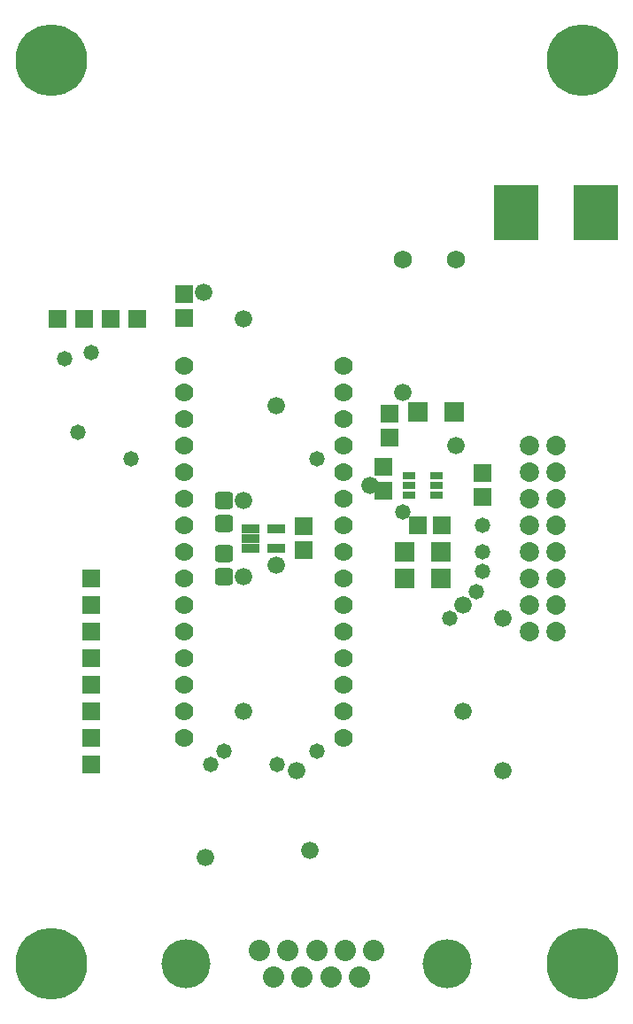
<source format=gbr>
G04 Easy-PC Gerber Version 25.0 Build 5877*
G04 #@! TF.Part,Single*
G04 #@! TF.FileFunction,Soldermask,Bot*
G04 #@! TF.FilePolarity,Negative*
%FSLAX35Y35*%
%MOIN*%
G04 #@! TA.AperFunction,SMDPad,CuDef*
%ADD142R,0.06500X0.07000*%
G04 #@! TA.AperFunction,WasherPad*
%ADD127R,0.17000X0.21000*%
G04 #@! TA.AperFunction,ComponentPad*
%ADD133R,0.07000X0.07000*%
G04 #@! TA.AperFunction,SMDPad,CuDef*
%ADD111R,0.07300X0.07300*%
G04 #@! TA.AperFunction,ViaPad*
%ADD10C,0.05800*%
%ADD11C,0.06600*%
G04 #@! TA.AperFunction,ComponentPad*
%ADD131C,0.06819*%
%ADD12C,0.07000*%
G04 #@! TA.AperFunction,SMDPad,CuDef*
%ADD143R,0.05134X0.03165*%
%ADD140R,0.06512X0.03362*%
G04 #@! TA.AperFunction,ComponentPad*
%ADD83C,0.07319*%
%ADD134C,0.08000*%
G04 #@! TA.AperFunction,SMDPad,CuDef*
%ADD128R,0.07000X0.06500*%
G04 #@! TA.AperFunction,ComponentPad*
%ADD135C,0.18500*%
G04 #@! TA.AperFunction,WasherPad*
%ADD108C,0.27000*%
G04 #@! TA.AperFunction,SMDPad,CuDef*
%AMT141*0 Rounded Rectangle Pad at angle 90*4,1,48,0.03300,-0.01956,0.03300,0.01956,0.03287,0.02141,0.03248,0.02321,0.03183,0.02494,0.03094,0.02656,0.02984,0.02803,0.02854,0.02933,0.02706,0.03044,0.02544,0.03133,0.02371,0.03197,0.02191,0.03237,0.02006,0.03250,-0.02006,0.03250,-0.02191,0.03237,-0.02371,0.03198,-0.02544,0.03133,-0.02706,0.03044,-0.02853,0.02934,-0.02983,0.02804,-0.03094,0.02656,-0.03183,0.02494,-0.03247,0.02321,-0.03287,0.02141,-0.03300,0.01956,-0.03300,-0.01956,-0.03287,-0.02141,-0.03248,-0.02321,-0.03183,-0.02494,-0.03094,-0.02656,-0.02984,-0.02803,-0.02854,-0.02933,-0.02706,-0.03044,-0.02544,-0.03133,-0.02371,-0.03197,-0.02191,-0.03237,-0.02006,-0.03250,0.02006,-0.03250,0.02191,-0.03237,0.02371,-0.03198,0.02544,-0.03133,0.02706,-0.03044,0.02853,-0.02934,0.02983,-0.02804,0.03094,-0.02656,0.03183,-0.02494,0.03247,-0.02321,0.03287,-0.02141,0.03300,-0.01956,0*%
%ADD141T141*%
G04 #@! TD.AperFunction*
X0Y0D02*
D02*
D10*
X30250Y282750D03*
X35250Y255250D03*
X40250Y285250D03*
X55250Y245250D03*
X85250Y130250D03*
X90250Y135250D03*
X110250Y130250D03*
X125250Y135250D03*
Y245250D03*
X157750Y225250D03*
X175250Y185250D03*
X185250Y195250D03*
X187750Y202750D03*
Y210250D03*
Y220250D03*
D02*
D11*
X82750Y307750D03*
X83550Y95250D03*
X97750Y150250D03*
Y200850D03*
Y229650D03*
Y297750D03*
X110171Y205250D03*
X110211Y265211D03*
X117750Y127750D03*
X122750Y97750D03*
X145250Y235250D03*
X157750Y270250D03*
X177750Y250250D03*
X180250Y150250D03*
Y190250D03*
X195250Y127750D03*
Y185250D03*
D02*
D12*
X75250Y140250D03*
Y150250D03*
Y160250D03*
Y170250D03*
Y180250D03*
Y190250D03*
Y200250D03*
Y210250D03*
Y220250D03*
Y230250D03*
Y240250D03*
Y250250D03*
Y260250D03*
Y270250D03*
Y280250D03*
X135250Y140250D03*
Y150250D03*
Y160250D03*
Y170250D03*
Y180250D03*
Y190250D03*
Y200250D03*
Y210250D03*
Y220250D03*
Y230250D03*
Y240250D03*
Y250250D03*
Y260250D03*
Y270250D03*
Y280250D03*
D02*
D83*
X205250Y180250D03*
Y190250D03*
Y200250D03*
Y210250D03*
Y220250D03*
Y230250D03*
Y240250D03*
Y250250D03*
X215250Y180250D03*
Y190250D03*
Y200250D03*
Y210250D03*
Y220250D03*
Y230250D03*
Y240250D03*
Y250250D03*
D02*
D108*
X25250Y55250D03*
Y395250D03*
X225250Y55250D03*
Y395250D03*
D02*
D111*
X158550Y200250D03*
Y210250D03*
X163550Y262750D03*
X171950Y200250D03*
Y210250D03*
X176950Y262750D03*
D02*
D127*
X200250Y337750D03*
X230250D03*
D02*
D128*
X163250Y220250D03*
X172250D03*
D02*
D131*
X157750Y320250D03*
X177750D03*
D02*
D133*
X27750Y297750D03*
X37750D03*
X40250Y130250D03*
Y140250D03*
Y150250D03*
Y160250D03*
Y170250D03*
Y180250D03*
Y190250D03*
Y200250D03*
X47750Y297750D03*
X57750D03*
D02*
D134*
X103650Y60250D03*
X109050Y50250D03*
X114450Y60250D03*
X119850Y50250D03*
X125250Y60250D03*
X130650Y50250D03*
X136050Y60250D03*
X141450Y50250D03*
X146850Y60250D03*
D02*
D135*
X76050Y55250D03*
X174450D03*
D02*
D140*
X100329Y211510D03*
Y215250D03*
Y218990D03*
X110171Y211510D03*
Y218990D03*
D02*
D141*
X90250Y200850D03*
Y209650D03*
Y220850D03*
Y229650D03*
D02*
D142*
X75250Y298250D03*
Y307250D03*
X120250Y210750D03*
Y219750D03*
X150250Y233250D03*
Y242250D03*
X152750Y253250D03*
Y262250D03*
X187750Y230750D03*
Y239750D03*
D02*
D143*
X160132Y231510D03*
Y235250D03*
Y238990D03*
X170368Y231510D03*
Y235250D03*
Y238990D03*
X0Y0D02*
M02*

</source>
